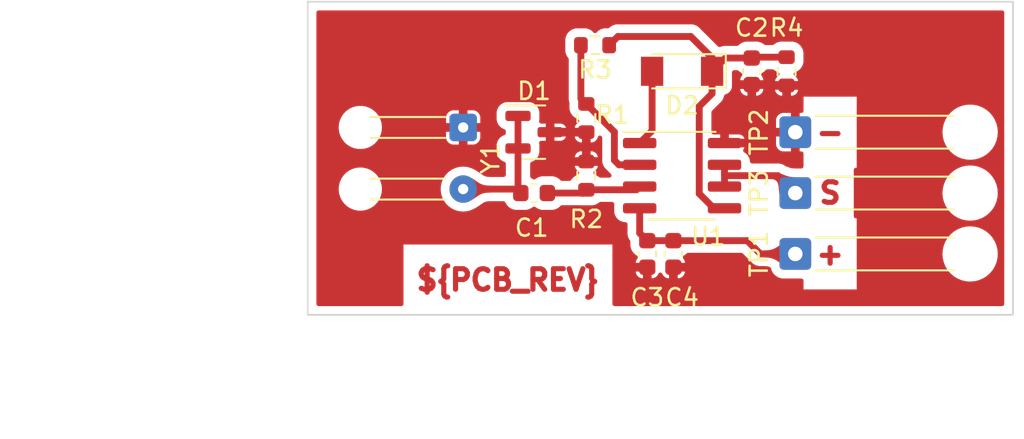
<source format=kicad_pcb>
(kicad_pcb (version 20221018) (generator pcbnew)
  (layers (0 "F.Cu" signal) (31 "B.Cu" signal) (34 "B.Paste" user) (35 "F.Paste" user) (36 "B.SilkS" user "B.Silkscreen") (37 "F.SilkS" user "F.Silkscreen") (38 "B.Mask" user) (39 "F.Mask" user) (44 "Edge.Cuts" user))
  (net 0 "")
  (net 1 "Output")
  (net 2 "GND")
  (net 3 "Net-(C1-Pad2)")
  (net 4 "Net-(C2-Pad1)")
  (net 5 "Net-(D2-Pad2)")
  (net 6 "Net-(R1-Pad1)")
  (net 7 "VCC")
  (net 8 "Net-(C1-Pad1)")
  (footprint "Capacitor_SMD:C_0603_1608Metric" (layer "F.Cu") (at 142.748 106.172 -90)
    (fp_text reference "C3" (at 2.54 0 180) (layer "F.SilkS"))
    (fp_text value "1u")
    (fp_line (start -0.14058 -0.51) (end 0.14058 -0.51) (stroke (width 0.12)) (layer "F.SilkS"))
    (fp_line (start -0.14058 0.51) (end 0.14058 0.51) (stroke (width 0.12)) (layer "F.SilkS"))
    (pad "1" smd roundrect (at -0.775 0 270) (size 0.9 0.95) (layers "F.Cu" "F.Paste" "F.Mask") (net 7 "VCC"))
    (pad "2" smd roundrect (at 0.775 0 270) (size 0.9 0.95) (layers "F.Cu" "F.Paste" "F.Mask") (net 2 "GND"))
  )
  (footprint "Resistor_SMD:R_0603_1608Metric" (layer "F.Cu") (at 150.876 95.504 -90)
    (fp_text reference "R4" (at -2.54 0 180) (layer "F.SilkS"))
    (fp_text value "100k")
    (fp_line (start -0.237258 -0.5225) (end 0.237258 -0.5225) (stroke (width 0.12)) (layer "F.SilkS"))
    (fp_line (start -0.237258 0.5225) (end 0.237258 0.5225) (stroke (width 0.12)) (layer "F.SilkS"))
    (pad "1" smd roundrect (at -0.825 0 270) (size 0.8 0.95) (layers "F.Cu" "F.Paste" "F.Mask") (net 4 "Net-(C2-Pad1)"))
    (pad "2" smd roundrect (at 0.825 0 270) (size 0.8 0.95) (layers "F.Cu" "F.Paste" "F.Mask") (net 2 "GND"))
  )
  (footprint "Resistor_SMD:R_0603_1608Metric" (layer "F.Cu") (at 139.192 98.235 -90)
    (fp_text reference "R1" (at -0.191 -1.524 180) (layer "F.SilkS"))
    (fp_text value "R")
    (fp_line (start -0.237258 -0.5225) (end 0.237258 -0.5225) (stroke (width 0.12)) (layer "F.SilkS"))
    (fp_line (start -0.237258 0.5225) (end 0.237258 0.5225) (stroke (width 0.12)) (layer "F.SilkS"))
    (pad "1" smd roundrect (at -0.825 0 270) (size 0.8 0.95) (layers "F.Cu" "F.Paste" "F.Mask") (net 6 "Net-(R1-Pad1)"))
    (pad "2" smd roundrect (at 0.825 0 270) (size 0.8 0.95) (layers "F.Cu" "F.Paste" "F.Mask") (net 2 "GND"))
  )
  (footprint "Connector_Wire:SolderWire-0.1sqmm_1x02_P3.6mm_D0.4mm_OD1mm_Relief" (layer "F.Cu") (at 132.007 98.784 -90)
    (fp_text reference "Y1" (at 1.8 -1.597 90) (layer "F.SilkS"))
    (fp_text value "Piezo")
    (fp_line (start -0.61 1.06) (end -0.61 5.39) (stroke (width 0.12)) (layer "F.SilkS"))
    (fp_line (start 0.61 1.06) (end 0.61 5.39) (stroke (width 0.12)) (layer "F.SilkS"))
    (fp_line (start 2.99 1.06) (end 2.99 5.39) (stroke (width 0.12)) (layer "F.SilkS"))
    (fp_line (start 4.21 1.06) (end 4.21 5.39) (stroke (width 0.12)) (layer "F.SilkS"))
    (pad "" np_thru_hole circle (at 0 6 270) (size 1.5 1.5) (drill 1.5) (layers "*.Cu" "*.Mask"))
    (pad "" np_thru_hole circle (at 3.6 6 270) (size 1.5 1.5) (drill 1.5) (layers "*.Cu" "*.Mask"))
    (pad "1" thru_hole roundrect (at 0 0 270) (size 1.6 1.6) (drill 0.6) (layers "*.Cu" "*.Mask") (roundrect_rratio 0.15625) (net 2 "GND"))
    (pad "2" thru_hole circle (at 3.6 0 270) (size 1.6 1.6) (drill 0.6) (layers "*.Cu" "*.Mask") (net 8 "Net-(C1-Pad1)"))
  )
  (footprint "Connector_Wire:SolderWire-0.25sqmm_1x01_D0.65mm_OD1.7mm_Relief" (layer "F.Cu") (at 151.384 99.06 90)
    (fp_text reference "TP2" (at 0 -2.12 90) (layer "F.SilkS"))
    (fp_text value "GND")
    (fp_line (start -0.96 1.185) (end -0.96 9.24) (stroke (width 0.12)) (layer "F.SilkS"))
    (fp_line (start 0.96 1.185) (end 0.96 9.24) (stroke (width 0.12)) (layer "F.SilkS"))
    (pad "" np_thru_hole circle (at 0 10.2 90) (size 2.2 2.2) (drill 2.2) (layers "*.Cu" "*.Mask"))
    (pad "1" thru_hole roundrect (at 0 0 90) (size 1.85 1.85) (drill 0.85) (layers "*.Cu" "*.Mask") (roundrect_rratio 0.135135) (net 2 "GND"))
  )
  (footprint "Resistor_SMD:R_0603_1608Metric" (layer "F.Cu") (at 139.192 101.6 90)
    (fp_text reference "R2" (at -2.54 0) (layer "F.SilkS"))
    (fp_text value "R")
    (fp_line (start -0.237258 -0.5225) (end 0.237258 -0.5225) (stroke (width 0.12)) (layer "F.SilkS"))
    (fp_line (start -0.237258 0.5225) (end 0.237258 0.5225) (stroke (width 0.12)) (layer "F.SilkS"))
    (pad "1" smd roundrect (at -0.825 0 90) (size 0.8 0.95) (layers "F.Cu" "F.Paste" "F.Mask") (net 3 "Net-(C1-Pad2)"))
    (pad "2" smd roundrect (at 0.825 0 90) (size 0.8 0.95) (layers "F.Cu" "F.Paste" "F.Mask") (net 2 "GND"))
  )
  (footprint "Capacitor_SMD:C_0603_1608Metric" (layer "F.Cu") (at 144.272 106.172 -90)
    (fp_text reference "C4" (at 2.54 -0.508 180) (layer "F.SilkS"))
    (fp_text value "100n")
    (fp_line (start -0.14058 -0.51) (end 0.14058 -0.51) (stroke (width 0.12)) (layer "F.SilkS"))
    (fp_line (start -0.14058 0.51) (end 0.14058 0.51) (stroke (width 0.12)) (layer "F.SilkS"))
    (pad "1" smd roundrect (at -0.775 0 270) (size 0.9 0.95) (layers "F.Cu" "F.Paste" "F.Mask") (net 7 "VCC"))
    (pad "2" smd roundrect (at 0.775 0 270) (size 0.9 0.95) (layers "F.Cu" "F.Paste" "F.Mask") (net 2 "GND"))
  )
  (footprint "Package_SO:SOIC-8_3.9x4.9mm_P1.27mm" (layer "F.Cu") (at 144.78 101.6)
    (fp_text reference "U1" (at 1.524 3.556) (layer "F.SilkS"))
    (fp_text value "LM358")
    (fp_line (start 0 -2.56) (end -3.45 -2.56) (stroke (width 0.12)) (layer "F.SilkS"))
    (fp_line (start 0 -2.56) (end 1.95 -2.56) (stroke (width 0.12)) (layer "F.SilkS"))
    (fp_line (start 0 2.56) (end -1.95 2.56) (stroke (width 0.12)) (layer "F.SilkS"))
    (fp_line (start 0 2.56) (end 1.95 2.56) (stroke (width 0.12)) (layer "F.SilkS"))
    (pad "1" smd roundrect (at -2.475 -1.905) (size 1.95 0.6) (layers "F.Cu" "F.Paste" "F.Mask") (net 5 "Net-(D2-Pad2)"))
    (pad "2" smd roundrect (at -2.475 -0.635) (size 1.95 0.6) (layers "F.Cu" "F.Paste" "F.Mask") (net 6 "Net-(R1-Pad1)"))
    (pad "3" smd roundrect (at -2.475 0.635) (size 1.95 0.6) (layers "F.Cu" "F.Paste" "F.Mask") (net 3 "Net-(C1-Pad2)"))
    (pad "4" smd roundrect (at -2.475 1.905) (size 1.95 0.6) (layers "F.Cu" "F.Paste" "F.Mask") (net 7 "VCC"))
    (pad "5" smd roundrect (at 2.475 1.905) (size 1.95 0.6) (layers "F.Cu" "F.Paste" "F.Mask") (net 4 "Net-(C2-Pad1)"))
    (pad "6" smd roundrect (at 2.475 0.635) (size 1.95 0.6) (layers "F.Cu" "F.Paste" "F.Mask") (net 1 "Output"))
    (pad "7" smd roundrect (at 2.475 -0.635) (size 1.95 0.6) (layers "F.Cu" "F.Paste" "F.Mask") (net 1 "Output"))
    (pad "8" smd roundrect (at 2.475 -1.905) (size 1.95 0.6) (layers "F.Cu" "F.Paste" "F.Mask") (net 2 "GND"))
  )
  (footprint "Diode_SMD:D_MiniMELF" (layer "F.Cu") (at 144.78 95.504 180)
    (fp_text reference "D2" (at 0 -2) (layer "F.SilkS"))
    (fp_text value "1N4148")
    (fp_line (start -2.55 -1) (end -2.55 1) (stroke (width 0.12)) (layer "F.SilkS"))
    (fp_line (start -2.55 1) (end 1.75 1) (stroke (width 0.12)) (layer "F.SilkS"))
    (fp_line (start 1.75 -1) (end -2.55 -1) (stroke (width 0.12)) (layer "F.SilkS"))
    (pad "1" smd rect (at -1.75 0 180) (size 1.3 1.7) (layers "F.Cu" "F.Paste" "F.Mask") (net 4 "Net-(C2-Pad1)"))
    (pad "2" smd rect (at 1.75 0 180) (size 1.3 1.7) (layers "F.Cu" "F.Paste" "F.Mask") (net 5 "Net-(D2-Pad2)"))
  )
  (footprint "Resistor_SMD:R_0603_1608Metric" (layer "F.Cu") (at 139.7 93.98 180)
    (fp_text reference "R3" (at 0 -1.43) (layer "F.SilkS"))
    (fp_text value "R_Variable")
    (fp_line (start -0.237258 -0.5225) (end 0.237258 -0.5225) (stroke (width 0.12)) (layer "F.SilkS"))
    (fp_line (start -0.237258 0.5225) (end 0.237258 0.5225) (stroke (width 0.12)) (layer "F.SilkS"))
    (pad "1" smd roundrect (at -0.825 0 180) (size 0.8 0.95) (layers "F.Cu" "F.Paste" "F.Mask") (net 4 "Net-(C2-Pad1)"))
    (pad "2" smd roundrect (at 0.825 0 180) (size 0.8 0.95) (layers "F.Cu" "F.Paste" "F.Mask") (net 6 "Net-(R1-Pad1)"))
  )
  (footprint "Connector_Wire:SolderWire-0.25sqmm_1x01_D0.65mm_OD1.7mm_Relief" (layer "F.Cu") (at 151.384 106.172 90)
    (fp_text reference "TP1" (at 0 -2.12 90) (layer "F.SilkS"))
    (fp_text value "VCC")
    (fp_line (start -0.96 1.185) (end -0.96 9.24) (stroke (width 0.12)) (layer "F.SilkS"))
    (fp_line (start 0.96 1.185) (end 0.96 9.24) (stroke (width 0.12)) (layer "F.SilkS"))
    (pad "" np_thru_hole circle (at 0 10.2 90) (size 2.2 2.2) (drill 2.2) (layers "*.Cu" "*.Mask"))
    (pad "1" thru_hole roundrect (at 0 0 90) (size 1.85 1.85) (drill 0.85) (layers "*.Cu" "*.Mask") (roundrect_rratio 0.135135) (net 7 "VCC"))
  )
  (footprint "Capacitor_SMD:C_0603_1608Metric" (layer "F.Cu") (at 148.844 95.504 -90)
    (fp_text reference "C2" (at -2.54 0 180) (layer "F.SilkS"))
    (fp_text value "100n")
    (fp_line (start -0.14058 -0.51) (end 0.14058 -0.51) (stroke (width 0.12)) (layer "F.SilkS"))
    (fp_line (start -0.14058 0.51) (end 0.14058 0.51) (stroke (width 0.12)) (layer "F.SilkS"))
    (pad "1" smd roundrect (at -0.775 0 270) (size 0.9 0.95) (layers "F.Cu" "F.Paste" "F.Mask") (net 4 "Net-(C2-Pad1)"))
    (pad "2" smd roundrect (at 0.775 0 270) (size 0.9 0.95) (layers "F.Cu" "F.Paste" "F.Mask") (net 2 "GND"))
  )
  (footprint "Connector_Wire:SolderWire-0.25sqmm_1x01_D0.65mm_OD1.7mm_Relief" (layer "F.Cu") (at 151.384 102.616 90)
    (fp_text reference "TP3" (at 0 -2.12 90) (layer "F.SilkS"))
    (fp_text value "Output")
    (fp_line (start -0.96 1.185) (end -0.96 9.24) (stroke (width 0.12)) (layer "F.SilkS"))
    (fp_line (start 0.96 1.185) (end 0.96 9.24) (stroke (width 0.12)) (layer "F.SilkS"))
    (pad "" np_thru_hole circle (at 0 10.2 90) (size 2.2 2.2) (drill 2.2) (layers "*.Cu" "*.Mask"))
    (pad "1" thru_hole roundrect (at 0 0 90) (size 1.85 1.85) (drill 0.85) (layers "*.Cu" "*.Mask") (roundrect_rratio 0.135135) (net 1 "Output"))
  )
  (footprint "Capacitor_SMD:C_0603_1608Metric" (layer "F.Cu") (at 136.144 102.616)
    (fp_text reference "C1" (at -0.14058 2.032) (layer "F.SilkS"))
    (fp_text value "100n")
    (fp_line (start -0.14058 -0.51) (end 0.14058 -0.51) (stroke (width 0.12)) (layer "F.SilkS"))
    (fp_line (start -0.14058 0.51) (end 0.14058 0.51) (stroke (width 0.12)) (layer "F.SilkS"))
    (pad "1" smd roundrect (at -0.775 0) (size 0.9 0.95) (layers "F.Cu" "F.Paste" "F.Mask") (net 8 "Net-(C1-Pad1)"))
    (pad "2" smd roundrect (at 0.775 0) (size 0.9 0.95) (layers "F.Cu" "F.Paste" "F.Mask") (net 3 "Net-(C1-Pad2)"))
  )
  (footprint "Package_TO_SOT_SMD:SOT-23" (layer "F.Cu") (at 136.144 99.06)
    (fp_text reference "D1" (at 0 -2.4) (layer "F.SilkS"))
    (fp_text value "BAV99")
    (fp_line (start 0 -1.56) (end -1.675 -1.56) (stroke (width 0.12)) (layer "F.SilkS"))
    (fp_line (start 0 -1.56) (end 0.65 -1.56) (stroke (width 0.12)) (layer "F.SilkS"))
    (fp_line (start 0 1.56) (end -0.65 1.56) (stroke (width 0.12)) (layer "F.SilkS"))
    (fp_line (start 0 1.56) (end 0.65 1.56) (stroke (width 0.12)) (layer "F.SilkS"))
    (pad "1" smd roundrect (at -0.9375 -0.95) (size 1.475 0.6) (layers "F.Cu" "F.Paste" "F.Mask") (net 8 "Net-(C1-Pad1)"))
    (pad "2" smd roundrect (at -0.9375 0.95) (size 1.475 0.6) (layers "F.Cu" "F.Paste" "F.Mask") (net 8 "Net-(C1-Pad1)"))
    (pad "3" smd roundrect (at 0.9375 0) (size 1.475 0.6) (layers "F.Cu" "F.Paste" "F.Mask") (net 2 "GND"))
  )
  (gr_rect (start 122.936 91.44) (end 164.084 109.728) (stroke (width 0.1)) (fill none) (layer "Edge.Cuts"))
  (gr_text "-" (at 153.416 99.06) (layer "F.Cu") (effects (font (size 1.2 1.2) (thickness 0.3))))
  (gr_text "S" (at 153.416 102.616) (layer "F.Cu") (effects (font (size 1.2 1.2) (thickness 0.3))))
  (gr_text "${PCB_REV}" (at 134.62 107.696) (layer "F.Cu") (effects (font (size 1.2 1.2) (thickness 0.3))))
  (gr_text "+" (at 153.416 106.172) (layer "F.Cu") (effects (font (size 1.2 1.2) (thickness 0.3))))
  (segment (start 147.32 101.6) (end 150.368 101.6) (width 0.4) (layer "F.Cu") (net 1))
  (segment (start 147.255 102.235) (end 147.255 101.535) (width 0.4) (layer "F.Cu") (net 1))
  (segment (start 147.255 101.535) (end 147.255 100.965) (width 0.4) (layer "F.Cu") (net 1))
  (segment (start 147.255 101.535) (end 147.32 101.6) (width 0.4) (layer "F.Cu") (net 1))
  (segment (start 150.368 101.6) (end 151.384 102.616) (width 0.4) (layer "F.Cu") (net 1))
  (segment (start 139.001 102.616) (end 139.192 102.425) (width 0.4) (layer "F.Cu") (net 3))
  (segment (start 142.115 102.425) (end 142.305 102.235) (width 0.4) (layer "F.Cu") (net 3))
  (segment (start 136.919 102.616) (end 139.001 102.616) (width 0.4) (layer "F.Cu") (net 3))
  (segment (start 139.192 102.425) (end 142.115 102.425) (width 0.4) (layer "F.Cu") (net 3))
  (segment (start 145.78048 102.654039) (end 145.78048 97.55152) (width 0.4) (layer "F.Cu") (net 4))
  (segment (start 145.78048 97.55152) (end 146.53 96.802) (width 0.4) (layer "F.Cu") (net 4))
  (segment (start 150.876 94.679) (end 148.894 94.679) (width 0.4) (layer "F.Cu") (net 4))
  (segment (start 147.305 94.729) (end 146.53 95.504) (width 0.4) (layer "F.Cu") (net 4))
  (segment (start 141.033 93.472) (end 140.525 93.98) (width 0.4) (layer "F.Cu") (net 4))
  (segment (start 148.894 94.679) (end 148.844 94.729) (width 0.4) (layer "F.Cu") (net 4))
  (segment (start 146.53 95.504) (end 146.53 94.714) (width 0.4) (layer "F.Cu") (net 4))
  (segment (start 146.53 94.714) (end 145.288 93.472) (width 0.4) (layer "F.Cu") (net 4))
  (segment (start 146.53 96.802) (end 146.53 95.504) (width 0.4) (layer "F.Cu") (net 4))
  (segment (start 148.844 94.729) (end 147.305 94.729) (width 0.4) (layer "F.Cu") (net 4))
  (segment (start 145.288 93.472) (end 141.033 93.472) (width 0.4) (layer "F.Cu") (net 4))
  (segment (start 147.255 103.505) (end 146.631441 103.505) (width 0.4) (layer "F.Cu") (net 4))
  (segment (start 146.631441 103.505) (end 145.78048 102.654039) (width 0.4) (layer "F.Cu") (net 4))
  (segment (start 143.03 95.504) (end 143.03 98.97) (width 0.4) (layer "F.Cu") (net 5))
  (segment (start 143.03 98.97) (end 142.305 99.695) (width 0.4) (layer "F.Cu") (net 5))
  (segment (start 140.83048 99.04848) (end 140.83048 100.69848) (width 0.4) (layer "F.Cu") (net 6))
  (segment (start 138.875 93.98) (end 138.875 97.093) (width 0.4) (layer "F.Cu") (net 6))
  (segment (start 140.83048 100.69848) (end 141.097 100.965) (width 0.4) (layer "F.Cu") (net 6))
  (segment (start 141.097 100.965) (end 142.305 100.965) (width 0.4) (layer "F.Cu") (net 6))
  (segment (start 138.875 97.093) (end 139.192 97.41) (width 0.4) (layer "F.Cu") (net 6))
  (segment (start 139.192 97.41) (end 140.83048 99.04848) (width 0.4) (layer "F.Cu") (net 6))
  (segment (start 142.305 103.505) (end 142.305 104.954) (width 0.4) (layer "F.Cu") (net 7))
  (segment (start 149.352 106.172) (end 151.384 106.172) (width 0.4) (layer "F.Cu") (net 7))
  (segment (start 144.272 105.397) (end 148.577 105.397) (width 0.4) (layer "F.Cu") (net 7))
  (segment (start 142.305 104.954) (end 142.748 105.397) (width 0.4) (layer "F.Cu") (net 7))
  (segment (start 148.577 105.397) (end 149.352 106.172) (width 0.4) (layer "F.Cu") (net 7))
  (segment (start 142.748 105.397) (end 144.272 105.397) (width 0.4) (layer "F.Cu") (net 7))
  (segment (start 135.2065 98.11) (end 135.2065 100.01) (width 0.4) (layer "F.Cu") (net 8))
  (segment (start 132.007 102.384) (end 135.137 102.384) (width 0.4) (layer "F.Cu") (net 8))
  (segment (start 135.2065 102.4535) (end 135.369 102.616) (width 0.4) (layer "F.Cu") (net 8))
  (segment (start 135.137 102.384) (end 135.369 102.616) (width 0.4) (layer "F.Cu") (net 8))
  (segment (start 135.2065 100.01) (end 135.2065 102.4535) (width 0.4) (layer "F.Cu") (net 8))
  (zone (net 1) (net_name "Output") (layer "F.Cu") (priority 16962) (connect_pads yes (clearance 0)) (min_thickness 0.0254) (fill yes (thermal_gap 0.508) (thermal_bridge_width 0.508))
    (polygon (pts (xy 149.949841 101.8) (xy 150.112808 101.817419) (xy 150.231296 101.86691) (xy 150.313073 101.944324) (xy 150.365909 102.045513) (xy 150.397572 102.166327) (xy 150.415833 102.302617) (xy 150.42846 102.450235) (xy 150.443222 102.605031) (xy 150.467889 102.762856) (xy 150.51023 102.919562) (xy 151.711036 102.943036) (xy 151.384 101.691) (xy 151.208483 101.682852) (xy 151.059968 101.660736) (xy 150.931004 101.628143) (xy 150.814141 101.588568) (xy 150.701928 101.5455) (xy 150.586914 101.502432) (xy 150.461649 101.462856) (xy 150.318682 101.430264) (xy 150.150563 101.408148) (xy 149.949841 101.4)))
  )
  (zone (net 8) (net_name "Net-(C1-Pad1)") (layer "F.Cu") (priority 16962) (connect_pads yes (clearance 0)) (min_thickness 0.0254) (fill yes (thermal_gap 0.508) (thermal_bridge_width 0.508))
    (polygon (pts (xy 133.597 102.184) (xy 133.412899 102.176303) (xy 133.259897 102.154323) (xy 133.13133 102.119724) (xy 133.020532 102.07417) (xy 132.92084 102.019326) (xy 132.82559 101.956855) (xy 132.728116 101.888423) (xy 132.621754 101.815693) (xy 132.49984 101.740331) (xy 132.355711 101.664) (xy 131.607 102.384) (xy 132.355711 103.104) (xy 132.49984 103.027668) (xy 132.621754 102.952306) (xy 132.728116 102.879576) (xy 132.82559 102.811144) (xy 132.92084 102.748673) (xy 133.020532 102.693829) (xy 133.13133 102.648275) (xy 133.259897 102.613676) (xy 133.412899 102.591696) (xy 133.597 102.584)))
  )
  (zone (net 7) (net_name "VCC") (layer "F.Cu") (priority 16962) (connect_pads yes (clearance 0)) (min_thickness 0.0254) (fill yes (thermal_gap 0.508) (thermal_bridge_width 0.508))
    (polygon (pts (xy 149.539 106.372) (xy 149.753975 106.381627) (xy 149.931901 106.409041) (xy 150.080771 106.45204) (xy 150.208579 106.508424) (xy 150.323319 106.575989) (xy 150.432986 106.652536) (xy 150.545574 106.735862) (xy 150.669076 106.823765) (xy 150.811487 106.914045) (xy 150.980802 107.0045) (xy 151.8465 106.172) (xy 150.980802 105.3395) (xy 150.811487 105.429954) (xy 150.669076 105.520234) (xy 150.545574 105.608137) (xy 150.432986 105.691463) (xy 150.323319 105.76801) (xy 150.208579 105.835575) (xy 150.080771 105.891959) (xy 149.931901 105.934958) (xy 149.753975 105.962372) (xy 149.539 105.972)))
  )
  (zone (net 2) (net_name "GND") (layer "F.Cu") (connect_pads (clearance 0.508)) (min_thickness 0.254) (fill yes (thermal_gap 0.2) (thermal_bridge_width 0.508))
    (polygon (pts (xy 164.084 109.728) (xy 122.936 109.728) (xy 122.936 91.44) (xy 164.084 91.44)))
  )
)
</source>
